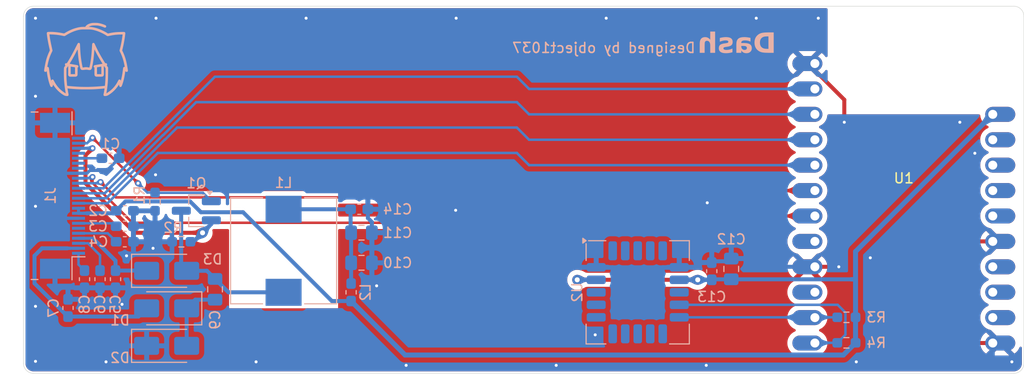
<source format=kicad_pcb>
(kicad_pcb (version 20241229) (generator "pcbnew") (generator_version "9.0")
  (layers (0 "F.Cu" signal) (2 "B.Cu" signal) (13 "F.Paste" user) (15 "B.Paste" user) (5 "F.SilkS" user "F.Silkscreen") (7 "B.SilkS" user "B.Silkscreen") (1 "F.Mask" user) (3 "B.Mask" user) (25 "Edge.Cuts" user))
  (net 0 "")
  (net 1 "GND")
  (net 2 "Net-(J1-VSH2)")
  (net 3 "+3.3V")
  (net 4 "/VDD")
  (net 5 "/VSH1")
  (net 6 "/VGH")
  (net 7 "/VSL")
  (net 8 "/VGL")
  (net 9 "/VCOM")
  (net 10 "Net-(D3-A)")
  (net 11 "Net-(D1-K)")
  (net 12 "Net-(C10-Pad1)")
  (net 14 "/MOSI")
  (net 16 "/~{CS}")
  (net 17 "/~{RES}")
  (net 18 "/RESE")
  (net 19 "/SCK")
  (net 20 "/GDR")
  (net 21 "/~{D{slash}C}")
  (net 25 "/BUSY")
  (net 26 "/SDA")
  (net 27 "/SCL")
  (footprint "My_lib:M5Stamp_C3" (layer "F.Cu") (at 175.25 79.35)
    (property "Reference" "U1" (at 0 -0.5 0) (layer "F.SilkS") (effects (font (thickness 0.153))))
    (property "Value" "M5Stamp-C3")
    (pad "1" thru_hole oval (at -8.89 -11.97 180) (size 3 1.5) (drill 0.9 (offset 0.75 0)) (layers "*.Cu" "*.Mask") (net 1 "GND"))
    (pad "2" thru_hole oval (at -8.89 -9.43 180) (size 3 1.5) (drill 0.9 (offset 0.75 0)) (layers "*.Cu" "*.Mask") (net 21 "/~{D{slash}C}"))
    (pad "3" thru_hole oval (at -8.89 -6.89 180) (size 3 1.5) (drill 0.9 (offset 0.75 0)) (layers "*.Cu" "*.Mask") (net 16 "/~{CS}"))
    (pad "4" thru_hole oval (at -8.89 -4.35 180) (size 3 1.5) (drill 0.9 (offset 0.75 0)) (layers "*.Cu" "*.Mask") (net 19 "/SCK"))
    (pad "5" thru_hole oval (at -8.89 -1.81 180) (size 3 1.5) (drill 0.9 (offset 0.75 0)) (layers "*.Cu" "*.Mask") (net 14 "/MOSI"))
    (pad "6" thru_hole oval (at -8.89 0.73 180) (size 3 1.5) (drill 0.9 (offset 0.75 0)) (layers "*.Cu" "*.Mask") (net 17 "/~{RES}"))
    (pad "7" thru_hole oval (at -8.89 3.27 180) (size 3 1.5) (drill 0.9 (offset 0.75 0)) (layers "*.Cu" "*.Mask") (net 25 "/BUSY"))
    (pad "8" thru_hole oval (at -8.89 5.81 180) (size 3 1.5) (drill 0.9 (offset 0.75 0)) (layers "*.Cu" "*.Mask"))
    (pad "9" thru_hole oval (at -8.89 8.35 180) (size 3 1.5) (drill 0.9 (offset 0.75 0)) (layers "*.Cu" "*.Mask") (net 1 "GND"))
    (pad "10" thru_hole oval (at -8.89 10.89 180) (size 3 1.5) (drill 0.9 (offset 0.75 0)) (layers "*.Cu" "*.Mask"))
    (pad "11" thru_hole oval (at -8.89 13.43 180) (size 3 1.5) (drill 0.9 (offset 0.75 0)) (layers "*.Cu" "*.Mask") (net 26 "/SDA"))
    (pad "12" thru_hole oval (at -8.89 15.97 180) (size 3 1.5) (drill 0.9 (offset 0.75 0)) (layers "*.Cu" "*.Mask") (net 27 "/SCL"))
    (pad "13" thru_hole oval (at 8.89 15.97 180) (size 3 1.5) (drill 0.9 (offset -0.75 0)) (layers "*.Cu" "*.Mask") (net 1 "GND"))
    (pad "14" thru_hole oval (at 8.89 13.43 180) (size 3 1.5) (drill 0.9 (offset -0.75 0)) (layers "*.Cu" "*.Mask"))
    (pad "15" thru_hole oval (at 8.89 10.89 180) (size 3 1.5) (drill 0.9 (offset -0.75 0)) (layers "*.Cu" "*.Mask"))
    (pad "16" thru_hole oval (at 8.89 8.35 180) (size 3 1.5) (drill 0.9 (offset -0.75 0)) (layers "*.Cu" "*.Mask"))
    (pad "17" thru_hole oval (at 8.89 5.81 180) (size 3 1.5) (drill 0.9 (offset -0.75 0)) (layers "*.Cu" "*.Mask") (net 1 "GND"))
    (pad "18" thru_hole oval (at 8.89 3.27 180) (size 3 1.5) (drill 0.9 (offset -0.75 0)) (layers "*.Cu" "*.Mask"))
    (pad "19" thru_hole oval (at 8.89 0.73 180) (size 3 1.5) (drill 0.9 (offset -0.75 0)) (layers "*.Cu" "*.Mask"))
    (pad "20" thru_hole oval (at 8.89 -1.81 180) (size 3 1.5) (drill 0.9 (offset -0.75 0)) (layers "*.Cu" "*.Mask"))
    (pad "21" thru_hole oval (at 8.89 -4.35 180) (size 3 1.5) (drill 0.9 (offset -0.75 0)) (layers "*.Cu" "*.Mask"))
    (pad "22" thru_hole oval (at 8.89 -6.89 180) (size 3 1.5) (drill 0.9 (offset -0.75 0)) (layers "*.Cu" "*.Mask") (net 3 "+3.3V"))
    (zone (net 0) (net_name "") (layers "F.Cu" "B.Cu") (name "ANT_KEEP") (connect_pads (clearance 0)) (min_thickness 0.25)
      (keepout (tracks allowed) (vias allowed) (pads allowed) (copperpour not_allowed) (footprints allowed))
      (fill (thermal_gap 0.5) (thermal_bridge_width 0.5))
      (polygon (pts (xy 167.63 72.46) (xy 182.87 72.46) (xy 182.87 61.03) (xy 167.63 61.03)))
    )
  )
  (footprint "Diode_SMD:D_SMA" (layer "B.Cu") (at 101.5625 91.85 180)
    (property "Reference" "D1" (at 4.6625 -1.2 0) (layer "B.SilkS") (effects (font (thickness 0.153)) (justify mirror)))
    (property "Value" "D_Schottky")
    (pad "1" smd roundrect (at -2 0 180) (size 2.5 1.8) (layers "B.Cu" "B.Mask" "B.Paste") (roundrect_rratio 0.1388888889) (net 11 "Net-(D1-K)"))
    (pad "2" smd roundrect (at 2 0 180) (size 2.5 1.8) (layers "B.Cu" "B.Mask" "B.Paste") (roundrect_rratio 0.1388888889) (net 8 "/VGL"))
  )
  (footprint "Diode_SMD:D_SMA" (layer "B.Cu") (at 101.5625 88.1)
    (property "Reference" "D3" (at 4.5875 -1.15 180) (layer "B.SilkS") (effects (font (thickness 0.153)) (justify mirror)))
    (property "Value" "D_Schottky")
    (pad "1" smd roundrect (at -2 0) (size 2.5 1.8) (layers "B.Cu" "B.Mask" "B.Paste") (roundrect_rratio 0.1388888889) (net 6 "/VGH"))
    (pad "2" smd roundrect (at 2 0) (size 2.5 1.8) (layers "B.Cu" "B.Mask" "B.Paste") (roundrect_rratio 0.1388888889) (net 10 "Net-(D3-A)"))
  )
  (footprint "Resistor_SMD:R_0603_1608Metric_Pad0.98x0.95mm_HandSolder" (layer "B.Cu") (at 103.027687 85.197095 180)
    (property "Reference" "R2" (at 0.827687 1.397095 0) (layer "B.SilkS") (effects (font (thickness 0.153)) (justify mirror)))
    (property "Value" "2.2")
    (pad "1" smd roundrect (at -0.9125 0 180) (size 0.975 0.95) (layers "B.Cu" "B.Mask" "B.Paste") (net 18 "/RESE"))
    (pad "2" smd roundrect (at 0.9125 0 180) (size 0.975 0.95) (layers "B.Cu" "B.Mask" "B.Paste") (net 1 "GND"))
  )
  (footprint "Resistor_SMD:R_0603_1608Metric_Pad0.98x0.95mm_HandSolder" (layer "B.Cu") (at 169.5125 95.3 180)
    (property "Reference" "R4" (at -2.9875 0 0) (layer "B.SilkS") (effects (font (thickness 0.153)) (justify mirror)))
    (property "Value" "10k")
    (pad "1" smd roundrect (at -0.9125 0 180) (size 0.975 0.95) (layers "B.Cu" "B.Mask" "B.Paste") (net 3 "+3.3V"))
    (pad "2" smd roundrect (at 0.9125 0 180) (size 0.975 0.95) (layers "B.Cu" "B.Mask" "B.Paste") (net 27 "/SCL"))
  )
  (footprint "Capacitor_SMD:C_0603_1608Metric_Pad1.08x0.95mm_HandSolder" (layer "B.Cu") (at 93.35 88.9375 -90)
    (property "Reference" "C8" (at 2.5125 0 90) (layer "B.SilkS") (effects (font (thickness 0.153)) (justify mirror)))
    (property "Value" "1u")
    (pad "1" smd roundrect (at -0.8625 0 270) (size 1.075 0.95) (layers "B.Cu" "B.Mask" "B.Paste") (net 9 "/VCOM"))
    (pad "2" smd roundrect (at 0.8625 0 270) (size 1.075 0.95) (layers "B.Cu" "B.Mask" "B.Paste") (net 1 "GND"))
  )
  (footprint "Resistor_SMD:R_0603_1608Metric_Pad0.98x0.95mm_HandSolder" (layer "B.Cu") (at 169.5125 92.75 180)
    (property "Reference" "R3" (at -2.9875 0 0) (layer "B.SilkS") (effects (font (thickness 0.153)) (justify mirror)))
    (property "Value" "10k")
    (pad "1" smd roundrect (at -0.9125 0 180) (size 0.975 0.95) (layers "B.Cu" "B.Mask" "B.Paste") (net 3 "+3.3V"))
    (pad "2" smd roundrect (at 0.9125 0 180) (size 0.975 0.95) (layers "B.Cu" "B.Mask" "B.Paste") (net 26 "/SDA"))
  )
  (footprint "Connector_FFC-FPC:Jushuo_AFC07-S24FCA-00_1x24-1MP_P0.50_Horizontal" (layer "B.Cu") (at 91.15 80.6 90)
    (property "Reference" "J1" (at 0 -1.2 90) (layer "B.SilkS") (effects (font (thickness 0.153)) (justify mirror)))
    (property "Value" "Conn_Display")
    (pad "1" smd rect (at 5.75 1.6 90) (size 0.3 1.3) (layers "B.Cu" "B.Mask" "B.Paste"))
    (pad "2" smd rect (at 5.25 1.6 90) (size 0.3 1.3) (layers "B.Cu" "B.Mask" "B.Paste") (net 20 "/GDR"))
    (pad "3" smd rect (at 4.75 1.6 90) (size 0.3 1.3) (layers "B.Cu" "B.Mask" "B.Paste") (net 18 "/RESE"))
    (pad "4" smd rect (at 4.25 1.6 90) (size 0.3 1.3) (layers "B.Cu" "B.Mask" "B.Paste"))
    (pad "5" smd rect (at 3.75 1.6 90) (size 0.3 1.3) (layers "B.Cu" "B.Mask" "B.Paste") (net 2 "Net-(J1-VSH2)"))
    (pad "6" smd rect (at 3.25 1.6 90) (size 0.3 1.3) (layers "B.Cu" "B.Mask" "B.Paste"))
    (pad "7" smd rect (at 2.75 1.6 90) (size 0.3 1.3) (layers "B.Cu" "B.Mask" "B.Paste"))
    (pad "8" smd rect (at 2.25 1.6 90) (size 0.3 1.3) (layers "B.Cu" "B.Mask" "B.Paste") (net 1 "GND"))
    (pad "9" smd rect (at 1.75 1.6 90) (size 0.3 1.3) (layers "B.Cu" "B.Mask" "B.Paste") (net 25 "/BUSY"))
    (pad "10" smd rect (at 1.25 1.6 90) (size 0.3 1.3) (layers "B.Cu" "B.Mask" "B.Paste") (net 17 "/~{RES}"))
    (pad "11" smd rect (at 0.75 1.6 90) (size 0.3 1.3) (layers "B.Cu" "B.Mask" "B.Paste") (net 21 "/~{D{slash}C}"))
    (pad "12" smd rect (at 0.25 1.6 90) (size 0.3 1.3) (layers "B.Cu" "B.Mask" "B.Paste") (net 16 "/~{CS}"))
    (pad "13" smd rect (at -0.25 1.6 90) (size 0.3 1.3) (layers "B.Cu" "B.Mask" "B.Paste") (net 19 "/SCK"))
    (pad "14" smd rect (at -0.75 1.6 90) (size 0.3 1.3) (layers "B.Cu" "B.Mask" "B.Paste") (net 14 "/MOSI"))
    (pad "15" smd rect (at -1.25 1.6 90) (size 0.3 1.3) (layers "B.Cu" "B.Mask" "B.Paste") (net 3 "+3.3V"))
    (pad "16" smd rect (at -1.75 1.6 90) (size 0.3 1.3) (layers "B.Cu" "B.Mask" "B.Paste") (net 3 "+3.3V"))
    (pad "17" smd rect (at -2.25 1.6 90) (size 0.3 1.3) (layers "B.Cu" "B.Mask" "B.Paste") (net 1 "GND"))
    (pad "18" smd rect (at -2.75 1.6 90) (size 0.3 1.3) (layers "B.Cu" "B.Mask" "B.Paste") (net 4 "/VDD"))
    (pad "19" smd rect (at -3.25 1.6 90) (size 0.3 1.3) (layers "B.Cu" "B.Mask" "B.Paste"))
    (pad "20" smd rect (at -3.75 1.6 90) (size 0.3 1.3) (layers "B.Cu" "B.Mask" "B.Paste") (net 5 "/VSH1"))
    (pad "21" smd rect (at -4.25 1.6 90) (size 0.3 1.3) (layers "B.Cu" "B.Mask" "B.Paste") (net 6 "/VGH"))
    (pad "22" smd rect (at -4.75 1.6 90) (size 0.3 1.3) (layers "B.Cu" "B.Mask" "B.Paste") (net 7 "/VSL"))
    (pad "23" smd rect (at -5.25 1.6 90) (size 0.3 1.3) (layers "B.Cu" "B.Mask" "B.Paste") (net 8 "/VGL"))
    (pad "24" smd rect (at -5.75 1.6 90) (size 0.3 1.3) (layers "B.Cu" "B.Mask" "B.Paste") (net 9 "/VCOM"))
    (pad "MP" smd rect (at -7.29 -0.75 90) (size 2 3) (layers "B.Cu" "B.Mask" "B.Paste") (net 1 "GND"))
    (pad "MP" smd rect (at 7.29 -0.75 90) (size 2 3) (layers "B.Cu" "B.Mask" "B.Paste") (net 1 "GND"))
  )
  (footprint "Resistor_SMD:R_0603_1608Metric_Pad0.98x0.95mm_HandSolder" (layer "B.Cu") (at 100.4 81.1875 -90)
    (property "Reference" "R1" (at -0.6375 1.55 90) (layer "B.SilkS") (effects (font (thickness 0.153)) (justify mirror)))
    (property "Value" "10k")
    (pad "1" smd roundrect (at -0.9125 0 270) (size 0.975 0.95) (layers "B.Cu" "B.Mask" "B.Paste") (net 20 "/GDR"))
    (pad "2" smd roundrect (at 0.9125 0 270) (size 0.975 0.95) (layers "B.Cu" "B.Mask" "B.Paste") (net 1 "GND"))
  )
  (footprint "Package_TO_SOT_SMD:SOT-23_Handsoldering" (layer "B.Cu") (at 104.527687 82.097095 180)
    (property "Reference" "Q1" (at 0 2.75 0) (layer "B.SilkS") (effects (font (thickness 0.153)) (justify mirror)))
    (property "Value" "AO3400A")
    (pad "1" smd roundrect (at -1.5 0.95 180) (size 1.9 0.8) (layers "B.Cu" "B.Mask" "B.Paste") (net 20 "/GDR"))
    (pad "2" smd roundrect (at -1.5 -0.95 180) (size 1.9 0.8) (layers "B.Cu" "B.Mask" "B.Paste") (net 18 "/RESE"))
    (pad "3" smd roundrect (at 1.5 0 180) (size 1.9 0.8) (layers "B.Cu" "B.Mask" "B.Paste") (net 10 "Net-(D3-A)"))
  )
  (footprint "Capacitor_SMD:C_0603_1608Metric_Pad1.08x0.95mm_HandSolder" (layer "B.Cu") (at 97.377687 83.647095)
    (property "Reference" "C3" (at -2.677687 0.002905 0) (layer "B.SilkS") (effects (font (thickness 0.153)) (justify mirror)))
    (property "Value" "1u")
    (pad "1" smd roundrect (at -0.8625 0) (size 1.075 0.95) (layers "B.Cu" "B.Mask" "B.Paste") (net 4 "/VDD"))
    (pad "2" smd roundrect (at 0.8625 0) (size 1.075 0.95) (layers "B.Cu" "B.Mask" "B.Paste") (net 1 "GND"))
  )
  (footprint "Capacitor_SMD:C_0805_2012Metric_Pad1.18x1.45mm_HandSolder" (layer "B.Cu") (at 121.0375 87.3)
    (property "Reference" "C10" (at 3.6125 0 180) (layer "B.SilkS") (effects (font (thickness 0.153)) (justify mirror)))
    (property "Value" "47u")
    (pad "1" smd roundrect (at -1.0375 0) (size 1.175 1.45) (layers "B.Cu" "B.Mask" "B.Paste") (roundrect_rratio 0.212766) (net 12 "Net-(C10-Pad1)"))
    (pad "2" smd roundrect (at 1.0375 0) (size 1.175 1.45) (layers "B.Cu" "B.Mask" "B.Paste") (roundrect_rratio 0.212766) (net 1 "GND"))
  )
  (footprint "Capacitor_SMD:C_0603_1608Metric_Pad1.08x0.95mm_HandSolder" (layer "B.Cu") (at 91.7 91.8125 90)
    (property "Reference" "C7" (at 0 -1.45 90) (layer "B.SilkS") (effects (font (thickness 0.153)) (justify mirror)))
    (property "Value" "1u")
    (pad "1" smd roundrect (at -0.8625 0 90) (size 1.075 0.95) (layers "B.Cu" "B.Mask" "B.Paste") (net 8 "/VGL"))
    (pad "2" smd roundrect (at 0.8625 0 90) (size 1.075 0.95) (layers "B.Cu" "B.Mask" "B.Paste") (net 1 "GND"))
  )
  (footprint "Capacitor_SMD:C_0603_1608Metric_Pad1.08x0.95mm_HandSolder" (layer "B.Cu") (at 94.9 88.9375 -90)
    (property "Reference" "C6" (at 2.5125 0 90) (layer "B.SilkS") (effects (font (thickness 0.153)) (justify mirror)))
    (property "Value" "1u")
    (pad "1" smd roundrect (at -0.8625 0 270) (size 1.075 0.95) (layers "B.Cu" "B.Mask" "B.Paste") (net 7 "/VSL"))
    (pad "2" smd roundrect (at 0.8625 0 270) (size 1.075 0.95) (layers "B.Cu" "B.Mask" "B.Paste") (net 1 "GND"))
  )
  (footprint "Capacitor_SMD:C_0603_1608Metric_Pad1.08x0.95mm_HandSolder" (layer "B.Cu") (at 97.377687 85.197095)
    (property "Reference" "C4" (at -2.627687 0.002905 0) (layer "B.SilkS") (effects (font (thickness 0.153)) (justify mirror)))
    (property "Value" "1u")
    (pad "1" smd roundrect (at -0.8625 0) (size 1.075 0.95) (layers "B.Cu" "B.Mask" "B.Paste") (net 5 "/VSH1"))
    (pad "2" smd roundrect (at 0.8625 0) (size 1.075 0.95) (layers "B.Cu" "B.Mask" "B.Paste") (net 1 "GND"))
  )
  (footprint "Capacitor_SMD:C_0603_1608Metric_Pad1.08x0.95mm_HandSolder" (layer "B.Cu") (at 120.8125 81.95)
    (property "Reference" "C14" (at 3.8375 0 180) (layer "B.SilkS") (effects (font (thickness 0.153)) (justify mirror)))
    (property "Value" "0.1u")
    (pad "1" smd roundrect (at -0.8625 0) (size 1.075 0.95) (layers "B.Cu" "B.Mask" "B.Paste") (net 12 "Net-(C10-Pad1)"))
    (pad "2" smd roundrect (at 0.8625 0) (size 1.075 0.95) (layers "B.Cu" "B.Mask" "B.Paste") (net 1 "GND"))
  )
  (footprint "Capacitor_SMD:C_0805_2012Metric_Pad1.18x1.45mm_HandSolder" (layer "B.Cu") (at 158 87.9125 90)
    (property "Reference" "C12" (at 2.9625 0 0) (layer "B.SilkS") (effects (font (thickness 0.153)) (justify mirror)))
    (property "Value" "47u")
    (pad "1" smd roundrect (at -1.0375 0 90) (size 1.175 1.45) (layers "B.Cu" "B.Mask" "B.Paste") (roundrect_rratio 0.212766) (net 3 "+3.3V"))
    (pad "2" smd roundrect (at 1.0375 0 90) (size 1.175 1.45) (layers "B.Cu" "B.Mask" "B.Paste") (roundrect_rratio 0.212766) (net 1 "GND"))
  )
  (footprint "Inductor_SMD:L_10.4x10.4_H4.8" (layer "B.Cu") (at 113.25 86.1 -90)
    (property "Reference" "L1" (at -6.8 0 0) (layer "B.SilkS") (effects (font (thickness 0.153)) (justify mirror)))
    (property "Value" "47u")
    (pad "1" smd rect (at -4.15 0 270) (size 2.7 3.6) (layers "B.Cu" "B.Mask" "B.Paste") (net 12 "Net-(C10-Pad1)"))
    (pad "2" smd rect (at 4.15 0 270) (size 2.7 3.6) (layers "B.Cu" "B.Mask" "B.Paste") (net 10 "Net-(D3-A)"))
  )
  (footprint "Capacitor_SMD:C_0603_1608Metric_Pad1.08x0.95mm_HandSolder" (layer "B.Cu") (at 97.377687 82.097095)
    (property "Reference" "C2" (at -2.677687 0.002905 0) (layer "B.SilkS") (effects (font (thickness 0.153)) (justify mirror)))
    (property "Value" "1u")
    (pad "1" smd roundrect (at -0.8625 0) (size 1.075 0.95) (layers "B.Cu" "B.Mask" "B.Paste") (net 3 "+3.3V"))
    (pad "2" smd roundrect (at 0.8625 0) (size 1.075 0.95) (layers "B.Cu" "B.Mask" "B.Paste") (net 1 "GND"))
  )
  (footprint "Capacitor_SMD:C_0603_1608Metric_Pad1.08x0.95mm_HandSolder" (layer "B.Cu") (at 156.05 88.1375 90)
    (property "Reference" "C13" (at -2.5625 0 0) (layer "B.SilkS") (effects (font (thickness 0.153)) (justify mirror)))
    (property "Value" "0.1u")
    (pad "1" smd roundrect (at -0.8625 0 90) (size 1.075 0.95) (layers "B.Cu" "B.Mask" "B.Paste") (net 3 "+3.3V"))
    (pad "2" smd roundrect (at 0.8625 0 90) (size 1.075 0.95) (layers "B.Cu" "B.Mask" "B.Paste") (net 1 "GND"))
  )
  (footprint "Capacitor_SMD:C_0603_1608Metric_Pad1.08x0.95mm_HandSolder" (layer "B.Cu") (at 95.95 76.85 180)
    (property "Reference" "C1" (at 0 1.43 0) (layer "B.SilkS") (effects (font (thickness 0.153)) (justify mirror)))
    (property "Value" "1u")
    (pad "1" smd roundrect (at -0.8625 0 180) (size 1.075 0.95) (layers "B.Cu" "B.Mask" "B.Paste") (net 1 "GND"))
    (pad "2" smd roundrect (at 0.8625 0 180) (size 1.075 0.95) (layers "B.Cu" "B.Mask" "B.Paste") (net 2 "Net-(J1-VSH2)"))
  )
  (footprint "Inductor_SMD:L_0603_1608Metric_Pad1.05x0.95mm_HandSolder" (layer "B.Cu") (at 120 90.25 90)
    (property "Reference" "L2" (at 0 1.43 90) (layer "B.SilkS") (effects (font (thickness 0.153)) (justify mirror)))
    (property "Value" "L_Ferrite")
    (pad "1" smd roundrect (at -0.875 0 90) (size 1.05 0.95) (layers "B.Cu" "B.Mask" "B.Paste") (net 3 "+3.3V"))
    (pad "2" smd roundrect (at 0.875 0 90) (size 1.05 0.95) (layers "B.Cu" "B.Mask" "B.Paste") (net 12 "Net-(C10-Pad1)"))
  )
  (footprint "LOGO" (layer "B.Cu") (at 93.5 67 180)
    (property "Reference" "G***" (hide yes))
    (property "Value" "LOGO" (hide yes))
  )
  (footprint "Capacitor_SMD:C_0603_1608Metric_Pad1.08x0.95mm_HandSolder" (layer "B.Cu") (at 96.45 88.9375 -90)
    (property "Reference" "C5" (at 2.5125 0 90) (layer "B.SilkS") (effects (font (thickness 0.153)) (justify mirror)))
    (property "Value" "1u")
    (pad "1" smd roundrect (at -0.8625 0 270) (size 1.075 0.95) (layers "B.Cu" "B.Mask" "B.Paste") (net 6 "/VGH"))
    (pad "2" smd roundrect (at 0.8625 0 270) (size 1.075 0.95) (layers "B.Cu" "B.Mask" "B.Paste") (net 1 "GND"))
  )
  (footprint "Diode_SMD:D_SMA" (layer "B.Cu") (at 101.5625 95.6)
    (property "Reference" "D2" (at -4.6625 1.2 0) (layer "B.SilkS") (effects (font (thickness 0.153)) (justify mirror)))
    (property "Value" "D_Schottky")
    (pad "1" smd roundrect (at -2 0) (size 2.5 1.8) (layers "B.Cu" "B.Mask" "B.Paste") (roundrect_rratio 0.1388888889) (net 1 "GND"))
    (pad "2" smd roundrect (at 2 0) (size 2.5 1.8) (layers "B.Cu" "B.Mask" "B.Paste") (roundrect_rratio 0.1388888889) (net 11 "Net-(D1-K)"))
  )
  (footprint "Sensor:Sensirion_SCD4x-1EP_10.1x10.1mm_P1.25mm_EP4.8x4.8mm" (layer "B.Cu") (at 148.65 90.25 -90)
    (property "Reference" "U2" (at 0 6.05 90) (layer "B.SilkS") (effects (font (thickness 0.153)) (justify mirror)))
    (property "Value" "SCD40-D-R2")
    (pad "1" smd roundrect (at -4.15 2.5 270) (size 1.9 0.85) (layers "B.Cu" "B.Mask" "B.Paste"))
    (pad "2" smd roundrect (at -4.15 1.25 270) (size 1.9 0.85) (layers "B.Cu" "B.Mask" "B.Paste"))
    (pad "3" smd roundrect (at -4.15 0 270) (size 1.9 0.85) (layers "B.Cu" "B.Mask" "B.Paste"))
    (pad "4" smd roundrect (at -4.15 -1.25 270) (size 1.9 0.85) (layers "B.Cu" "B.Mask" "B.Paste"))
    (pad "5" smd roundrect (at -4.15 -2.5 270) (size 1.9 0.85) (layers "B.Cu" "B.Mask" "B.Paste"))
    (pad "6" smd roundrect (at -2.5 -4.15 270) (size 0.85 1.9) (layers "B.Cu" "B.Mask" "B.Paste") (net 1 "GND"))
    (pad "7" smd roundrect (at -1.25 -4.15 270) (size 0.85 1.9) (layers "B.Cu" "B.Mask" "B.Paste") (net 3 "+3.3V"))
    (pad "8" smd roundrect (at 0 -4.15 270) (size 0.85 1.9) (layers "B.Cu" "B.Mask" "B.Paste"))
    (pad "9" smd roundrect (at 1.25 -4.15 270) (size 0.85 1.9) (layers "B.Cu" "B.Mask" "B.Paste") (net 27 "/SCL"))
    (pad "10" smd roundrect (at 2.5 -4.15 270) (size 0.85 1.9) (layers "B.Cu" "B.Mask" "B.Paste") (net 26 "/SDA"))
    (pad "11" smd roundrect (at 4.15 -2.5 270) (size 1.9 0.85) (layers "B.Cu" "B.Mask" "B.Paste"))
    (pad "12" smd roundrect (at 4.15 -1.25 270) (size 1.9 0.85) (layers "B.Cu" "B.Mask" "B.Paste"))
    (pad "13" smd roundrect (at 4.15 0 270) (size 1.9 0.85) (layers "B.Cu" "B.Mask" "B.Paste"))
    (pad "14" smd roundrect (at 4.15 1.25 270) (size 1.9 0.85) (layers "B.Cu" "B.Mask" "B.Paste"))
    (pad "15" smd roundrect (at 4.15 2.5 270) (size 1.9 0.85) (layers "B.Cu" "B.Mask" "B.Paste"))
    (pad "16" smd roundrect (at 2.5 4.15 270) (size 0.85 1.9) (layers "B.Cu" "B.Mask" "B.Paste"))
    (pad "17" smd roundrect (at 1.25 4.15 270) (size 0.85 1.9) (layers "B.Cu" "B.Mask" "B.Paste"))
    (pad "18" smd roundrect (at 0 4.15 270) (size 0.85 1.9) (layers "B.Cu" "B.Mask" "B.Paste"))
    (pad "19" smd roundrect (at -1.25 4.15 270) (size 0.85 1.9) (layers "B.Cu" "B.Mask" "B.Paste") (net 3 "+3.3V"))
    (pad "20" smd roundrect (at -2.5 4.15 270) (size 0.85 1.9) (layers "B.Cu" "B.Mask" "B.Paste") (net 1 "GND"))
    (pad "21" smd rect (at 0 0 270) (size 4.8 4.8) (property pad_prop_heatsink) (layers "B.Cu" "B.Mask") (net 1 "GND"))
  )
  (footprint "Capacitor_SMD:C_0805_2012Metric_Pad1.18x1.45mm_HandSolder" (layer "B.Cu") (at 121.0375 84.29)
    (property "Reference" "C11" (at 3.6125 0.01 180) (layer "B.SilkS") (effects (font (thickness 0.153)) (justify mirror)))
    (property "Value" "4.7u")
    (pad "1" smd roundrect (at -1.0375 0) (size 1.175 1.45) (layers "B.Cu" "B.Mask" "B.Paste") (roundrect_rratio 0.212766) (net 12 "Net-(C10-Pad1)"))
    (pad "2" smd roundrect (at 1.0375 0) (size 1.175 1.45) (layers "B.Cu" "B.Mask" "B.Paste") (roundrect_rratio 0.212766) (net 1 "GND"))
  )
  (footprint "Capacitor_SMD:C_0805_2012Metric_Pad1.18x1.45mm_HandSolder" (layer "B.Cu") (at 106.4 89.95 90)
    (property "Reference" "C9" (at -3.05 0 90) (layer "B.SilkS") (effects (font (thickness 0.153)) (justify mirror)))
    (property "Value" "4.7u")
    (pad "1" smd roundrect (at -1.0375 0 90) (size 1.175 1.45) (layers "B.Cu" "B.Mask" "B.Paste") (roundrect_rratio 0.212766) (net 11 "Net-(D1-K)"))
    (pad "2" smd roundrect (at 1.0375 0 90) (size 1.175 1.45) (layers "B.Cu" "B.Mask" "B.Paste") (roundrect_rratio 0.212766) (net 10 "Net-(D3-A)"))
  )
  (gr_line (start 187.25 62.65) (end 187.25 97.35) (stroke (width 0.05)) (layer "Edge.Cuts"))
  (gr_line (start 88.25 61.65) (end 186.25 61.65) (stroke (width 0.05)) (layer "Edge.Cuts"))
  (gr_arc (start 187.25 97.35) (mid 186.957107 98.057107) (end 186.25 98.35) (stroke (width 0.05)) (layer "Edge.Cuts"))
  (gr_line (start 186.25 98.35) (end 88.25 98.35) (stroke (width 0.05)) (layer "Edge.Cuts"))
  (gr_arc (start 88.25 98.35) (mid 87.542893 98.057107) (end 87.25 97.35) (stroke (width 0.05)) (layer "Edge.Cuts"))
  (gr_line (start 87.25 97.35) (end 87.25 62.65) (stroke (width 0.05)) (layer "Edge.Cuts"))
  (gr_arc (start 186.25 61.65) (mid 186.957107 61.942893) (end 187.25 62.65) (stroke (width 0.05)) (layer "Edge.Cuts"))
  (gr_arc (start 87.25 62.65) (mid 87.542893 61.942893) (end 88.25 61.65) (stroke (width 0.05)) (layer "Edge.Cuts"))
  (gr_text "Dash" (at 162.5 66.65 0) (layer "B.SilkS") (effects (font (size 2 2) (thickness 0.25) (italic yes)) (justify left bottom mirror)))
  (gr_text "Designed by object1037" (at 154.5 66.4 0) (layer "B.SilkS") (effects (font (size 1 1) (thickness 0.153)) (justify left bottom mirror)))
  (segment (start 181.55 95.32) (end 184.14 95.32) (width 0.4) (layer "F.Cu") (net 1))
  (segment (start 181.55 87.7) (end 181.55 95.32) (width 0.4) (layer "F.Cu") (net 1))
  (segment (start 166.36 87.7) (end 169.3 87.7) (width 0.4) (layer "F.Cu") (net 1))
  (segment (start 166.36 68.06) (end 169.3 71) (width 0.4) (layer "F.Cu") (net 1))
  (segment (start 166.36 67.38) (end 166.36 68.06) (width 0.4) (layer "F.Cu") (net 1))
  (segment (start 184.14 85.16) (end 181.55 85.16) (width 0.4) (layer "F.Cu") (net 1))
  (segment (start 181.55 85.16) (end 181.55 87.7) (width 0.4) (layer "F.Cu") (net 1))
  (segment (start 169.3 87.7) (end 181.55 87.7) (width 0.4) (layer "F.Cu") (net 1))
  (segment (start 169.3 71) (end 169.3 87.7) (width 0.4) (layer "F.Cu") (net 1))
  (via (at 97.1 91.45) (size 0.6) (drill 0.3) (layers "F.Cu" "B.Cu") (net 1))
  (via (at 100.45 78.5) (size 0.6) (drill 0.3) (layers "F.Cu" "B.Cu") (net 1))
  (via (at 145.5 62.85) (size 0.6) (drill 0.3) (layers "F.Cu" "B.Cu") (net 1))
  (via (at 97.55 86.6) (size 0.6) (drill 0.3) (layers "F.Cu" "B.Cu") (net 1))
  (via (at 166.7 62.85) (size 0.6) (drill 0.3) (layers "F.Cu" "B.Cu") (net 1))
  (via (at 170.5 97.2) (size 0.6) (drill 0.3) (layers "F.Cu" "B.Cu") (net 1))
  (via (at 88.45 91.65) (size 0.6) (drill 0.3) (layers "F.Cu" "B.Cu") (net 1))
  (via (at 155.5 97.55) (size 0.6) (drill 0.3) (layers "F.Cu" "B.Cu") (net 1))
  (via (at 130.5 62.85) (size 0.6) (drill 0.3) (layers "F.Cu" "B.Cu") (net 1))
  (via (at 95.5 97.2) (size 0.6) (drill 0.3) (layers "F.Cu" "B.Cu") (net 1))
  (via (at 115.5 62.85) (size 0.6) (drill 0.3) (layers "F.Cu" "B.Cu") (net 1))
  (via (at 100.5 62.85) (size 0.6) (drill 0.3) (layers "F.Cu" "B.Cu") (net 1))
  (via (at 160.5 62.85) (size 0.6) (drill 0.3) (layers "F.Cu" "B.Cu") (net 1))
  (via (at 182.35 76.35) (size 0.6) (drill 0.3) (layers "F.Cu" "B.Cu") (net 1))
  (via (at 168.75 87.7) (size 0.6) (drill 0.3) (layers "F.Cu" "B.Cu") (net 1))
  (via (at 88.45 62.85) (size 0.6) (drill 0.3) (layers "F.Cu" "B.Cu") (net 1))
  (via (at 100.2 85.85) (size 0.6) (drill 0.3) (layers "F.Cu" "B.Cu") (net 1))
  (via (at 122.55 89.6) (size 0.6) (drill 0.3) (layers "F.Cu" "B.Cu") (net 1))
  (via (at 144.4 94.5) (size 0.6) (drill 0.3) (layers "F.Cu" "B.Cu") (net 1))
  (via (at 125.5 97.55) (size 0.6) (drill 0.3) (layers "F.Cu" "B.Cu") (net 1))
  (via (at 171.9 86.8) (size 0.6) (drill 0.3) (layers "F.Cu" "B.Cu") (net 1))
  (via (at 110.5 97.2) (size 0.6) (drill 0.3) (layers "F.Cu" "B.Cu") (net 1))
  (via (at 88.45 97.15) (size 0.6) (drill 0.3) (layers "F.Cu" "B.Cu") (net 1))
  (via (at 88.45 70.65) (size 0.6) (drill 0.3) (layers "F.Cu" "B.Cu") (net 1))
  (via (at 130.45 82.05) (size 0.6) (drill 0.3) (layers "F.Cu" "B.Cu") (net 1))
  (via (at 140.5 97.55) (size 0.6) (drill 0.3) (layers "F.Cu" "B.Cu") (net 1))
  (via (at 155.6 81.3) (size 0.6) (drill 0.3) (layers "F.Cu" "B.Cu") (net 1))
  (via (at 169.3 73.25) (size 0.6) (drill 0.3) (layers "F.Cu" "B.Cu") (net 1))
  (via (at 180.85 73.25) (size 0.6) (drill 0.3) (layers "F.Cu" "B.Cu") (net 1))
  (via (at 186.05 97.2) (size 0.6) (drill 0.3) (layers "F.Cu" "B.Cu") (net 1))
  (via (at 88.45 81.65) (size 0.6) (drill 0.3) (layers "F.Cu" "B.Cu") (net 1))
  (segment (start 96.45 89.8) (end 101.55 89.8) (width 0.4) (layer "B.Cu") (net 1))
  (segment (start 184.14 97.8) (end 99.5625 97.8) (width 0.4) (layer "B.Cu") (net 1))
  (segment (start 154.925 87.275) (end 154.45 87.75) (width 0.4) (layer "B.Cu") (net 1))
  (segment (start 99.3 82.1) (end 98.243092 82.1) (width 0.4) (layer "B.Cu") (net 1))
  (segment (start 98.240187 82.097095) (end 98.240187 85.197095) (width 0.4) (layer "B.Cu") (net 1))
  (segment (start 133.3 87.3) (end 122.075 87.3) (width 0.4) (layer "B.Cu") (net 1))
  (segment (start 157.725 87.15) (end 156.175 87.15) (width 0.4) (layer "B.Cu") (net 1))
  (segment (start 96.45 89.8) (end 93.35 89.8) (width 0.4) (layer "B.Cu") (net 1))
  (segment (start 159.875 86.875) (end 158 86.875) (width 0.4) (layer "B.Cu") (net 1))
  (segment (start 166.36 87.7) (end 160.7 87.7) (width 0.4) (layer "B.Cu") (net 1))
  (segment (start 122.075 87.3) (end 122.075 84.29) (width 0.4) (layer "B.Cu") (net 1))
  (segment (start 158 86.875) (end 157.725 87.15) (width 0.4) (layer "B.Cu") (net 1))
  (segment (start 96.8125 76.85) (end 95.5885 78.074) (width 0.3) (layer "B.Cu") (net 1))
  (segment (start 98.240187 85.197095) (end 100.35 85.197095) (width 0.4) (layer "B.Cu") (net 1))
  (segment (start 154.45 87.75) (end 152.8 87.75) (width 0.4) (layer "B.Cu") (net 1))
  (segment (start 90.4 73.31) (end 90.4 77.35) (width 0.4) (layer "B.Cu") (net 1))
  (segment (start 95.5885 78.074) (end 93.880346 78.074) (width 0.3) (layer "B.Cu") (net 1))
  (segment (start 87.651 92.401) (end 87.651 85.149) (width 0.4) (layer "B.Cu") (net 1))
  (segment (start 102.115187 85.197095) (end 102.115187 86.784813) (width 0.4) (layer "B.Cu") (net 1))
  (segment (start 122.075 83.225) (end 121.675 82.825) (width 0.4) (layer "B.Cu") (net 1))
  (segment (start 91.7 89.8) (end 91.7 90.95) (width 0.4) (layer "B.Cu") (net 1))
  (segment (start 91.4 78.35) (end 90.4 77.35) (width 0.3) (layer "B.Cu") (net 1))
  (segment (start 91.4 82.85) (end 92.75 82.85) (width 0.3) (layer "B.Cu") (net 1))
  (segment (start 160.7 87.7) (end 159.875 86.875) (width 0.4) (layer "B.Cu") (net 1))
  (segment (start 89.95 82.85) (end 91.4 82.85) (width 0.4) (layer "B.Cu") (net 1))
  (segment (start 146.15 87.75) (end 148.65 90.25) (width 0.4) (layer "B.Cu") (net 1))
  (segment (start 184.14 95.32) (end 184.14 97.8) (width 0.4) (layer "B.Cu") (net 1))
  (segment (start 133.75 87.75) (end 133.3 87.3) (width 0.4) (layer "B.Cu") (net 1))
  (segment (start 156.175 87.15) (end 156.05 87.275) (width 0.4) (layer "B.Cu") (net 1))
  (segment (start 99.5625 95.6) (end 90.85 95.6) (width 0.4) (layer "B.Cu") (net 1))
  (segment (start 101.55 87.35) (end 101.55 89.8) (width 0.4) (layer "B.Cu") (net 1))
  (segment (start 101.55 89.8) (end 101.55 95.6) (width 0.4) (layer "B.Cu") (net 1))
  (segment (start 92.75 78.35) (end 91.4 78.35) (width 0.3) (layer "B.Cu") (net 1))
  (segment (start 144.5 87.75) (end 133.75 87.75) (width 0.4) (layer "B.Cu") (net 1))
  (segment (start 101.55 95.6) (end 99.5625 95.6) (width 0.4) (layer "B.Cu") (net 1))
  (segment (start 152.8 87.75) (end 151.15 87.75) (width 0.4) (layer "B.Cu") (net 1))
  (segment (start 100.35 85.197095) (end 102.115187 85.197095) (width 0.4) (layer "B.Cu") (net 1))
  (segment (start 93.604346 78.35) (end 92.75 78.35) (width 0.3) (layer "B.Cu") (net 1))
  (segment (start 98.243092 82.1) (end 98.240187 82.097095) (width 0.4) (layer "B.Cu") (net 1))
  (segment (start 102.115187 86.784813) (end 101.55 87.35) (width 0.4) (layer "B.Cu") (net 1))
  (segment (start 122.075 84.29) (end 122.075 83.225) (width 0.4) (layer "B.Cu") (net 1))
  (segment (start 91.4 78.35) (end 91.4 82.85) (width 0.3) (layer "B.Cu") (net 1))
  (segment (start 156.05 87.275) (end 154.925 87.275) (width 0.4) (layer "B.Cu") (net 1))
  (segment (start 121.675 82.825) (end 121.675 81.95) (width 0.4) (layer "B.Cu") (net 1))
  (segment (start 93.880346 78.074) (end 93.604346 78.35) (width 0.3) (layer "B.Cu") (net 1))
  (segment (start 99.5625 97.8) (end 99.5625 95.6) (width 0.4) (layer "B.Cu") (net 1))
  (segment (start 90.4 87.89) (end 90.4 89.8) (width 0.4) (layer "B.Cu") (net 1))
  (segment (start 100.4 82.1) (end 99.3 82.1) (width 0.4) (layer "B.Cu") (net 1))
  (segment (start 144.5 87.75) (end 146.15 87.75) (width 0.4) (layer "B.Cu") (net 1))
  (segment (start 90.85 95.6) (end 87.651 92.401) (width 0.4) (layer "B.Cu") (net 1))
  (segment (start 87.651 85.149) (end 89.95 82.85) (width 0.4) (layer "B.Cu") (net 1))
  (segment (start 90.4 89.8) (end 91.7 89.8) (width 0.4) (layer "B.Cu") (net 1))
  (segment (start 151.15 87.75) (end 148.65 90.25) (width 0.4) (layer "B.Cu") (net 1))
  (segment (start 93.35 89.8) (end 91.7 89.8) (width 0.4) (layer "B.Cu") (net 1))
  (segment (start 95.0875 76.85) (end 92.75 76.85) (width 0.25) (layer "B.Cu") (net 2))
  (segment (start 142.6 89) (end 154.65 89) (width 0.4) (layer "F.Cu") (net 3))
  (via (at 142.6 89) (size 1) (drill 0.5) (layers "F.Cu" "B.Cu") (net 3))
  (via (at 154.65 89) (size 1) (drill 0.5) (layers "F.Cu" "B.Cu") (net 3))
  (segment (start 170.425 86.175) (end 170.425 88.95) (width 0.5) (layer "B.Cu") (net 3))
  (segment (start 96.262282 82.35) (end 93.6 82.35) (width 0.4) (layer "B.Cu") (net 3))
  (segment (start 125.396 96.521) (end 120 91.125) (width 0.5) (layer "B.Cu") (net 3))
  (segment (start 156.1 88.95) (end 156.05 89) (width 0.4) (layer "B.Cu") (net 3))
  (segment (start 96.515187 82.097095) (end 96.262282 82.35) (width 0.4) (layer "B.Cu") (net 3))
  (segment (start 120 91.125) (end 118.077 91.125) (width 0.4) (layer "B.Cu") (net 3))
  (segment (start 92.75 82.35) (end 93.6 82.35) (width 0.3) (layer "B.Cu") (net 3))
  (segment (start 156.05 89) (end 154.65 89) (width 0.4) (layer "B.Cu") (net 3))
  (segment (start 92.75 81.85) (end 92.75 82.35) (width 0.3) (layer "B.Cu") (net 3))
  (segment (start 144.5 89) (end 142.6 89) (width 0.4) (layer "B.Cu") (net 3))
  (segment (start 158 88.95) (end 156.1 88.95) (width 0.4) (layer "B.Cu") (net 3))
  (segment (start 104.982171 82.246095) (end 103.899576 81.1635) (width 0.4) (layer "B.Cu") (net 3))
  (segment (start 109.198095 82.246095) (end 104.982171 82.246095) (width 0.4) (layer "B.Cu") (net 3))
  (segment (start 154.65 89) (end 152.8 89) (width 0.4) (layer "B.Cu") (net 3))
  (segment (start 170.425 88.95) (end 170.425 95.3) (width 0.5) (layer "B.Cu") (net 3))
  (segment (start 103.899576 81.1635) (end 97.448782 81.1635) (width 0.4) (layer "B.Cu") (net 3))
  (segment (start 118.077 91.125) (end 109.198095 82.246095) (width 0.4) (layer "B.Cu") (net 3))
  (segment (start 158 88.95) (end 170.425 88.95) (width 0.4) (layer "B.Cu") (net 3))
  (segment (start 184.14 72.46) (end 170.425 86.175) (width 0.5) (layer "B.Cu") (net 3))
  (segment (start 97.448782 81.1635) (end 96.515187 82.097095) (width 0.4) (layer "B.Cu") (net 3))
  (segment (start 169.204 96.521) (end 125.396 96.521) (width 0.5) (layer "B.Cu") (net 3))
  (segment (start 170.425 95.3) (end 169.204 96.521) (width 0.5) (layer "B.Cu") (net 3))
  (segment (start 96.515187 83.647095) (end 96.218092 83.35) (width 0.25) (layer "B.Cu") (net 4))
  (segment (start 96.218092 83.35) (end 92.75 83.35) (width 0.25) (layer "B.Cu") (net 4))
  (segment (start 95.668092 84.35) (end 92.75 84.35) (width 0.25) (layer "B.Cu") (net 5))
  (segment (start 96.515187 85.197095) (end 95.668092 84.35) (width 0.25) (layer "B.Cu") (net 5))
  (segment (start 94.2 84.85) (end 94.5 85.15) (width 0.3) (layer "B.Cu") (net 6))
  (segment (start 96.45 88.075) (end 96.45 87.1) (width 0.4) (layer "B.Cu") (net 6))
  (segment (start 96.45 88.075) (end 99.5375 88.075) (width 0.4) (layer "B.Cu") (net 6))
  (segment (start 99.5375 88.075) (end 99.5625 88.1) (width 0.4) (layer "B.Cu") (net 6))
  (segment (start 92.75 84.85) (end 94.2 84.85) (width 0.3) (layer "B.Cu") (net 6))
  (segment (start 96.45 87.1) (end 94.5 85.15) (width 0.4) (layer "B.Cu") (net 6))
  (segment (start 93.702 85.35) (end 92.75 85.35) (width 0.25) (layer "B.Cu") (net 7))
  (segment (start 94.9 88.075) (end 94.9 86.548) (width 0.25) (layer "B.Cu") (net 7))
  (segment (start 94.9 86.548) (end 93.702 85.35) (width 0.25) (layer "B.Cu") (net 7))
  (segment (start 88.35 89.35) (end 88.35 86.6) (width 0.4) (layer "B.Cu") (net 8))
  (segment (start 89.1 85.85) (end 91.6 85.85) (width 0.4) (layer "B.Cu") (net 8))
  (segment (start 98.7375 92.675) (end 91.7 92.675) (width 0.4) (layer "B.Cu") (net 8))
  (segment (start 91.7 92.675) (end 91.675 92.675) (width 0.4) (layer "B.Cu") (net 8))
  (segment (start 88.35 86.6) (end 89.1 85.85) (width 0.4) (layer "B.Cu") (net 8))
  (segment (start 91.675 92.675) (end 88.35 89.35) (width 0.4) (layer "B.Cu") (net 8))
  (segment (start 99.5625 91.85) (end 98.7375 92.675) (width 0.4) (layer "B.Cu") (net 8))
  (segment (start 92.75 85.85) (end 91.6 85.85) (width 0.3) (layer "B.Cu") (net 8))
  (segment (start 92.75 86.35) (end 92.75 87.475) (width 0.25) (layer "B.Cu") (net 9))
  (segment (start 92.75 87.475) (end 93.35 88.075) (width 0.25) (layer "B.Cu") (net 9))
  (segment (start 103.027687 82.097095) (end 103.0125 82.112282) (width 0.4) (layer "B.Cu") (net 10))
  (segment (start 113.25 90.25) (end 107.7375 90.25) (width 0.4) (layer "B.Cu") (net 10))
  (segment (start 103.0125 87.55) (end 103.5625 88.1) (width 0.4) (layer "B.Cu") (net 10))
  (segment (start 103.5625 88.1) (end 105.5875 88.1) (width 0.4) (layer "B.Cu") (net 10))
  (segment (start 103.0125 82.112282) (end 103.0125 87.55) (width 0.4) (layer "B.Cu") (net 10))
  (segment (start 105.5875 88.1) (end 106.4 88.9125) (width 0.4) (layer "B.Cu") (net 10))
  (segment (start 107.7375 90.25) (end 106.4 88.9125) (width 0.4) (layer "B.Cu") (net 10))
  (segment (start 104.425 90.9875) (end 103.5625 91.85) (width 0.4) (layer "B.Cu") (net 11))
  (segment (start 103.5625 95.6) (end 103.5625 91.85) (width 0.4) (layer "B.Cu") (net 11))
  (segment (start 106.4 90.9875) (end 104.425 90.9875) (width 0.4) (layer "B.Cu") (net 11))
  (segment (start 120 87.3) (end 120 84.29) (width 0.4) (layer "B.Cu") (net 12))
  (segment (start 119.95 84.24) (end 120 84.29) (width 0.4) (layer "B.Cu") (net 12))
  (segment (start 119.95 81.95) (end 119.95 84.24) (width 0.4) (layer "B.Cu") (net 12))
  (segment (start 120 89.375) (end 120 87.3) (width 0.4) (layer "B.Cu") (net 12))
  (segment (start 119.95 81.95) (end 113.25 81.95) (width 0.4) (layer "B.Cu") (net 12))
  (segment (start 95.65 81.35) (end 100.68 76.32) (width 0.25) (layer "B.Cu") (net 14))
  (segment (start 92.75 81.35) (end 95.65 81.35) (width 0.25) (layer "B.Cu") (net 14))
  (segment (start 137.79 77.54) (end 166.36 77.54) (width 0.25) (layer "B.Cu") (net 14))
  (segment (start 100.68 76.32) (end 136.57 76.32) (width 0.25) (layer "B.Cu") (net 14))
  (segment (start 136.57 76.32) (end 137.79 77.54) (width 0.25) (layer "B.Cu") (net 14))
  (segment (start 101.17538 74.549) (end 101.201 74.549) (width 0.25) (layer "B.Cu") (net 16))
  (segment (start 137.79 72.46) (end 166.36 72.46) (width 0.25) (layer "B.Cu") (net 16))
  (segment (start 101.201 74.549) (end 104.51 71.24) (width 0.25) (layer "B.Cu") (net 16))
  (segment (start 92.75 80.35) (end 95.37438 80.35) (width 0.25) (layer "B.Cu") (net 16))
  (segment (start 104.51 71.24) (end 136.57 71.24) (width 0.25) (layer "B.Cu") (net 16))
  (segment (start 136.57 71.24) (end 137.79 72.46) (width 0.25) (layer "B.Cu") (net 16))
  (segment (start 95.37438 80.35) (end 101.17538 74.549) (width 0.25) (layer "B.Cu") (net 16))
  (segment (start 137.73 80.08) (end 166.36 80.08) (width 0.25) (layer "F.Cu") (net 17))
  (segment (start 96.485 80.76) (end 137.05 80.76) (width 0.25) (layer "F.Cu") (net 17))
  (segment (start 94.95 79.225) (end 96.485 80.76) (width 0.25) (layer "F.Cu") (net 17))
  (segment (start 137.05 80.76) (end 137.73 80.08) (width 0.25) (layer "F.Cu") (net 17))
  (via (at 94.95 79.225) (size 0.6) (drill 0.3) (layers "F.Cu" "B.Cu") (net 17))
  (segment (start 92.75 79.35) (end 94.825 79.35) (width 0.25) (layer "B.Cu") (net 17))
  (segment (start 94.825 79.35) (end 94.95 79.225) (width 0.25) (layer "B.Cu") (net 17))
  (segment (start 98.395826 84.3) (end 93.449 79.353174) (width 0.4) (layer "F.Cu") (net 18))
  (segment (start 105.15 84.3) (end 98.395826 84.3) (width 0.4) (layer "F.Cu") (net 18))
  (segment (start 93.449 79.353174) (end 93.449 76.551) (width 0.4) (layer "F.Cu") (net 18))
  (segment (start 93.449 76.551) (end 94.15 75.85) (width 0.4) (layer "F.Cu") (net 18))
  (via (at 105.15 84.3) (size 1) (drill 0.5) (layers "F.Cu" "B.Cu") (net 18))
  (via (at 94.15 75.85) (size 0.6) (drill 0.3) (layers "F.Cu" "B.Cu") (net 18))
  (segment (start 106.027687 83.422313) (end 105.15 84.3) (width 0.4) (layer "B.Cu") (net 18))
  (segment (start 92.75 75.85) (end 94.15 75.85) (width 0.3) (layer "B.Cu") (net 18))
  (segment (start 104.252905 85.197095) (end 105.15 84.3) (width 0.4) (layer "B.Cu") (net 18))
  (segment (start 103.940187 85.197095) (end 104.252905 85.197095) (width 0.4) (layer "B.Cu") (net 18))
  (segment (start 106.027687 83.047095) (end 106.027687 83.422313) (width 0.4) (layer "B.Cu") (net 18))
  (segment (start 102.60781 73.78) (end 136.57 73.78) (width 0.25) (layer "B.Cu") (net 19))
  (segment (start 101.38781 75) (end 102.60781 73.78) (width 0.25) (layer "B.Cu") (net 19))
  (segment (start 136.57 73.78) (end 137.79 75) (width 0.25) (layer "B.Cu") (net 19))
  (segment (start 95.51219 80.85) (end 101.36219 75) (width 0.25) (layer "B.Cu") (net 19))
  (segment (start 92.75 80.85) (end 95.51219 80.85) (width 0.25) (layer "B.Cu") (net 19))
  (segment (start 137.79 75) (end 166.36 75) (width 0.25) (layer "B.Cu") (net 19))
  (segment (start 101.36219 75) (end 101.38781 75) (width 0.25) (layer "B.Cu") (net 19))
  (segment (start 94.15 74.8) (end 98.7 79.35) (width 0.25) (layer "F.Cu") (net 20))
  (via (at 98.7 79.35) (size 0.6) (drill 0.3) (layers "F.Cu" "B.Cu") (net 20))
  (via (at 94.15 74.8) (size 0.6) (drill 0.3) (layers "F.Cu" "B.Cu") (net 20))
  (segment (start 93.6 75.35) (end 94.15 74.8) (width 0.25) (layer "B.Cu") (net 20))
  (segment (start 92.75 75.35) (end 93.6 75.35) (width 0.25) (layer "B.Cu") (net 20))
  (segment (start 105.180592 80.3) (end 100.425 80.3) (width 0.25) (layer "B.Cu") (net 20))
  (segment (start 99.625 80.275) (end 98.7 79.35) (width 0.25) (layer "B.Cu") (net 20))
  (segment (start 100.4 80.275) (end 99.625 80.275) (width 0.25) (layer "B.Cu") (net 20))
  (segment (start 100.425 80.3) (end 100.4 80.275) (width 0.25) (layer "B.Cu") (net 20))
  (segment (start 106.027687 81.147095) (end 105.180592 80.3) (width 0.25) (layer "B.Cu") (net 20))
  (segment (start 137.79 69.92) (end 166.36 69.92) (width 0.25) (layer "B.Cu") (net 21))
  (segment (start 95.23657 79.85) (end 106.38657 68.7) (width 0.25) (layer "B.Cu") (net 21))
  (segment (start 92.75 79.85) (end 95.23657 79.85) (width 0.25) (layer "B.Cu") (net 21))
  (segment (start 136.57 68.7) (end 137.79 69.92) (width 0.25) (layer "B.Cu") (net 21))
  (segment (start 106.38657 68.7) (end 136.57 68.7) (width 0.25) (layer "B.Cu") (net 21))
  (segment (start 94.15 79.310298) (end 98.139702 83.3) (width 0.25) (layer "F.Cu") (net 25))
  (segment (start 98.139702 83.3) (end 137.05 83.3) (width 0.25) (layer "F.Cu") (net 25))
  (segment (start 137.05 83.3) (end 137.73 82.62) (width 0.25) (layer "F.Cu") (net 25))
  (segment (start 94.15 78.725) (end 94.15 79.310298) (width 0.25) (layer "F.Cu") (net 25))
  (segment (start 137.73 82.62) (end 166.36 82.62) (width 0.25) (layer "F.Cu") (net 25))
  (via (at 94.15 78.725) (size 0.6) (drill 0.3) (layers "F.Cu" "B.Cu") (net 25))
  (segment (start 94.025 78.85) (end 94.15 78.725) (width 0.25) (layer "B.Cu") (net 25))
  (segment (start 92.75 78.85) (end 94.025 78.85) (width 0.25) (layer "B.Cu") (net 25))
  (segment (start 166.36 92.78) (end 166.33 92.75) (width 0.25) (layer "B.Cu") (net 26))
  (segment (start 166.39 92.75) (end 166.36 92.78) (width 0.25) (layer "B.Cu") (net 26))
  (segment (start 168.6 92.75) (end 166.39 92.75) (width 0.25) (layer "B.Cu") (net 26))
  (segment (start 166.33 92.75) (end 152.8 92.75) (width 0.25) (layer "B.Cu") (net 26))
  (segment (start 169.4135 92.27251) (end 169.4135 94.4865) (width 0.25) (layer "B.Cu") (net 27))
  (segment (start 152.8 91.5) (end 168.64099 91.5) (width 0.25) (layer "B.Cu") (net 27))
  (segment (start 169.4135 94.4865) (end 168.6 95.3) (width 0.25) (layer "B.Cu") (net 27))
  (segment (start 166.38 95.3) (end 166.36 95.32) (width 0.25) (layer "B.Cu") (net 27))
  (segment (start 168.64099 91.5) (end 169.4135 92.27251) (width 0.25) (layer "B.Cu") (net 27))
  (segment (start 168.6 95.3) (end 166.38 95.3) (width 0.25) (layer "B.Cu") (net 27))
  (zone (net 0) (net_name "") (layers "F.Cu" "B.Cu") (connect_pads (clearance 0)) (min_thickness 0.25)
    (keepout (tracks allowed) (vias allowed) (pads allowed) (copperpour not_allowed) (footprints allowed))
    (fill (thermal_gap 0.5) (thermal_bridge_width 0.5))
    (polygon (pts (xy 187.25 82.65) (xy 187.25 95.35) (xy 185.15 95.35) (xy 185.15 82.65)))
  )
  (zone (net 1) (net_name "GND") (layers "F.Cu" "B.Cu") (name "GND") (connect_pads (clearance 0.5)) (min_thickness 0.25) (fill yes (thermal_gap 0.5) (thermal_bridge_width 0.5))
    (polygon (pts (xy 187.25 61.65) (xy 187.25 98.35) (xy 87.25 98.35) (xy 87.25 61.65)))
  )
  (zone (net 0) (net_name "") (layers "F.Cu" "B.Cu") (connect_pads (clearance 0)) (min_thickness 0.25)
    (keepout (tracks allowed) (vias allowed) (pads allowed) (copperpour not_allowed) (footprints allowed))
    (fill (thermal_gap 0.5) (thermal_bridge_width 0.5))
    (polygon (pts (xy 118.7 80.35) (xy 118.7 91.85) (xy 107.8 91.85) (xy 107.8 80.35)))
  )
)
</source>
